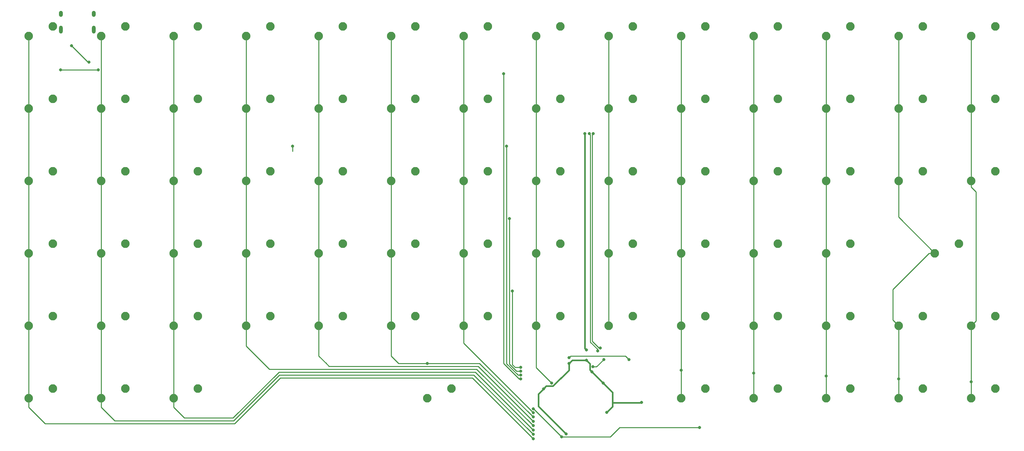
<source format=gbr>
G04 #@! TF.GenerationSoftware,KiCad,Pcbnew,(5.1.4)-1*
G04 #@! TF.CreationDate,2020-08-23T18:06:49-07:00*
G04 #@! TF.ProjectId,B3PKey,4233504b-6579-42e6-9b69-6361645f7063,1*
G04 #@! TF.SameCoordinates,Original*
G04 #@! TF.FileFunction,Copper,L1,Top*
G04 #@! TF.FilePolarity,Positive*
%FSLAX46Y46*%
G04 Gerber Fmt 4.6, Leading zero omitted, Abs format (unit mm)*
G04 Created by KiCad (PCBNEW (5.1.4)-1) date 2020-08-23 18:06:49*
%MOMM*%
%LPD*%
G04 APERTURE LIST*
%ADD10C,2.250000*%
%ADD11O,1.000000X1.600000*%
%ADD12O,1.000000X2.100000*%
%ADD13C,0.800000*%
%ADD14C,0.381000*%
%ADD15C,0.254000*%
G04 APERTURE END LIST*
D10*
X196215000Y-179070000D03*
X189865000Y-181610000D03*
X275590000Y-181610000D03*
X281940000Y-179070000D03*
X256540000Y-181610000D03*
X262890000Y-179070000D03*
D11*
X102237000Y-80501800D03*
X93597000Y-80501800D03*
D12*
X102237000Y-84681800D03*
X93597000Y-84681800D03*
D10*
X85090000Y-86360000D03*
X91440000Y-83820000D03*
X332740000Y-181610000D03*
X339090000Y-179070000D03*
X313690000Y-181610000D03*
X320040000Y-179070000D03*
X294640000Y-181610000D03*
X300990000Y-179070000D03*
X123190000Y-181610000D03*
X129540000Y-179070000D03*
X104140000Y-181610000D03*
X110490000Y-179070000D03*
X85090000Y-181610000D03*
X91440000Y-179070000D03*
X332740000Y-162560000D03*
X339090000Y-160020000D03*
X313690000Y-162560000D03*
X320040000Y-160020000D03*
X294640000Y-162560000D03*
X300990000Y-160020000D03*
X275590000Y-162560000D03*
X281940000Y-160020000D03*
X256540000Y-162560000D03*
X262890000Y-160020000D03*
X237490000Y-162560000D03*
X243840000Y-160020000D03*
X218440000Y-162560000D03*
X224790000Y-160020000D03*
X199390000Y-162560000D03*
X205740000Y-160020000D03*
X180340000Y-162560000D03*
X186690000Y-160020000D03*
X161290000Y-162560000D03*
X167640000Y-160020000D03*
X142240000Y-162560000D03*
X148590000Y-160020000D03*
X123190000Y-162560000D03*
X129540000Y-160020000D03*
X104140000Y-162560000D03*
X110490000Y-160020000D03*
X85090000Y-162560000D03*
X91440000Y-160020000D03*
X323215000Y-143510000D03*
X329565000Y-140970000D03*
X294640000Y-143510000D03*
X300990000Y-140970000D03*
X275590000Y-143510000D03*
X281940000Y-140970000D03*
X256540000Y-143510000D03*
X262890000Y-140970000D03*
X237490000Y-143510000D03*
X243840000Y-140970000D03*
X218440000Y-143510000D03*
X224790000Y-140970000D03*
X199390000Y-143510000D03*
X205740000Y-140970000D03*
X180340000Y-143510000D03*
X186690000Y-140970000D03*
X161290000Y-143510000D03*
X167640000Y-140970000D03*
X142240000Y-143510000D03*
X148590000Y-140970000D03*
X123190000Y-143510000D03*
X129540000Y-140970000D03*
X104140000Y-143510000D03*
X110490000Y-140970000D03*
X85090000Y-143510000D03*
X91440000Y-140970000D03*
X332740000Y-124460000D03*
X339090000Y-121920000D03*
X313690000Y-124460000D03*
X320040000Y-121920000D03*
X294640000Y-124460000D03*
X300990000Y-121920000D03*
X275590000Y-124460000D03*
X281940000Y-121920000D03*
X256540000Y-124460000D03*
X262890000Y-121920000D03*
X237490000Y-124460000D03*
X243840000Y-121920000D03*
X218440000Y-124460000D03*
X224790000Y-121920000D03*
X199390000Y-124460000D03*
X205740000Y-121920000D03*
X180340000Y-124460000D03*
X186690000Y-121920000D03*
X161290000Y-124460000D03*
X167640000Y-121920000D03*
X142240000Y-124460000D03*
X148590000Y-121920000D03*
X123190000Y-124460000D03*
X129540000Y-121920000D03*
X104140000Y-124460000D03*
X110490000Y-121920000D03*
X85090000Y-124460000D03*
X91440000Y-121920000D03*
X332740000Y-105410000D03*
X339090000Y-102870000D03*
X313690000Y-105410000D03*
X320040000Y-102870000D03*
X294640000Y-105410000D03*
X300990000Y-102870000D03*
X275590000Y-105441250D03*
X281940000Y-102901250D03*
X256540000Y-105410000D03*
X262890000Y-102870000D03*
X237490000Y-105410000D03*
X243840000Y-102870000D03*
X218440000Y-105410000D03*
X224790000Y-102870000D03*
X199390000Y-105410000D03*
X205740000Y-102870000D03*
X180340000Y-105410000D03*
X186690000Y-102870000D03*
X161290000Y-105410000D03*
X167640000Y-102870000D03*
X142240000Y-105410000D03*
X148590000Y-102870000D03*
X123190000Y-105410000D03*
X129540000Y-102870000D03*
X104140000Y-105410000D03*
X110490000Y-102870000D03*
X85090000Y-105410000D03*
X91440000Y-102870000D03*
X332740000Y-86360000D03*
X339090000Y-83820000D03*
X313690000Y-86360000D03*
X320040000Y-83820000D03*
X294640000Y-86360000D03*
X300990000Y-83820000D03*
X275590000Y-86360000D03*
X281940000Y-83820000D03*
X256540000Y-86360000D03*
X262890000Y-83820000D03*
X237490000Y-86360000D03*
X243840000Y-83820000D03*
X218440000Y-86360000D03*
X224790000Y-83820000D03*
X199390000Y-86360000D03*
X205740000Y-83820000D03*
X180340000Y-86360000D03*
X186690000Y-83820000D03*
X161290000Y-86360000D03*
X167640000Y-83820000D03*
X142240000Y-86360000D03*
X148590000Y-83820000D03*
X123190000Y-86360000D03*
X129540000Y-83820000D03*
X104140000Y-86360000D03*
X110490000Y-83820000D03*
D13*
X226277826Y-191029295D03*
X227086049Y-172440165D03*
X233102821Y-174685229D03*
X236964331Y-185371733D03*
X220400607Y-179125607D03*
X246126000Y-182753000D03*
X231665980Y-171631942D03*
X236028301Y-177610709D03*
X231267000Y-112014000D03*
X231648000Y-168910000D03*
X209931000Y-96266000D03*
X93472000Y-95250000D03*
X103378000Y-95250000D03*
X214376000Y-176530000D03*
X210693000Y-115316000D03*
X154432000Y-115316000D03*
X214376000Y-175514000D03*
X211455000Y-134366000D03*
X214376000Y-174498000D03*
X212217000Y-153416000D03*
X214376000Y-173482000D03*
X242824000Y-171450000D03*
X227076000Y-170942000D03*
X261392499Y-189283999D03*
X225171000Y-191770000D03*
X217684067Y-184397933D03*
X217678000Y-192278000D03*
X217678000Y-191135000D03*
X217678000Y-189992000D03*
X217678000Y-188849000D03*
X217678000Y-187706000D03*
X217678000Y-186563000D03*
X189865000Y-172466000D03*
X217678000Y-185420000D03*
X222504000Y-177644500D03*
X233354505Y-173355000D03*
X236220000Y-171450000D03*
X256540000Y-174244000D03*
X275590000Y-175006000D03*
X294640000Y-175768000D03*
X313690000Y-176530000D03*
X332740000Y-177292000D03*
X233445000Y-112014000D03*
X235322646Y-168410354D03*
X232391000Y-112014000D03*
X234577354Y-169155646D03*
X96393000Y-88900000D03*
X100965000Y-93218000D03*
D14*
X219003819Y-180522395D02*
X219003819Y-183755287D01*
X219003819Y-183755287D02*
X226277826Y-191029295D01*
X238490975Y-183845090D02*
X236964331Y-185371733D01*
X220400607Y-179125607D02*
X219003819Y-180522395D01*
X221091214Y-178435000D02*
X220400607Y-179125607D01*
X222885000Y-178435000D02*
X221091214Y-178435000D01*
X227086049Y-172440165D02*
X227086049Y-174233951D01*
X227086049Y-174233951D02*
X222885000Y-178435000D01*
X246110975Y-182768025D02*
X246126000Y-182753000D01*
X238490975Y-182768025D02*
X246110975Y-182768025D01*
X238490975Y-182768025D02*
X238490975Y-183845090D01*
X232564005Y-174146413D02*
X233102821Y-174685229D01*
X232564005Y-172529967D02*
X232564005Y-174146413D01*
X227894272Y-171631942D02*
X227086049Y-172440165D01*
X231665980Y-171631942D02*
X227894272Y-171631942D01*
X231665980Y-171631942D02*
X232564005Y-172529967D01*
X238490975Y-180073382D02*
X236428300Y-178010708D01*
X238490975Y-180073382D02*
X238490975Y-182768025D01*
X236428300Y-178010708D02*
X236028301Y-177610709D01*
X233102821Y-174685229D02*
X236028301Y-177610709D01*
X231267000Y-112014000D02*
X231267000Y-168529000D01*
X231267000Y-168529000D02*
X231648000Y-168910000D01*
D15*
X209931000Y-171577000D02*
X209931000Y-172466000D01*
X209931000Y-96266000D02*
X209931000Y-171577000D01*
X209931000Y-172466000D02*
X213995000Y-176530000D01*
X213995000Y-176530000D02*
X214376000Y-176530000D01*
X93472000Y-95250000D02*
X103378000Y-95250000D01*
X154432000Y-115316000D02*
X154432000Y-116713000D01*
X154432000Y-116262685D02*
X154432000Y-116713000D01*
X210693000Y-116713000D02*
X210693000Y-115316000D01*
X210693000Y-172540096D02*
X210693000Y-116713000D01*
X214376000Y-175514000D02*
X213666904Y-175514000D01*
X213666904Y-175514000D02*
X210693000Y-172540096D01*
X211455000Y-172660029D02*
X213292971Y-174498000D01*
X211455000Y-172466000D02*
X211455000Y-172660029D01*
X213292971Y-174498000D02*
X214376000Y-174498000D01*
X211455000Y-134366000D02*
X211455000Y-136906000D01*
X211455000Y-136906000D02*
X211455000Y-172466000D01*
X212217000Y-172466000D02*
X212217000Y-172779962D01*
X212919038Y-173482000D02*
X214376000Y-173482000D01*
X212217000Y-153416000D02*
X212217000Y-172466000D01*
X212217000Y-172779962D02*
X212919038Y-173482000D01*
X241916001Y-170542001D02*
X242824000Y-171450000D01*
X227076000Y-170942000D02*
X227475999Y-170542001D01*
X227475999Y-170542001D02*
X241916001Y-170542001D01*
X260826814Y-189283999D02*
X261392499Y-189283999D01*
X240411519Y-189283999D02*
X260826814Y-189283999D01*
X225171000Y-191770000D02*
X237925518Y-191770000D01*
X237925518Y-191770000D02*
X240411519Y-189283999D01*
X225171000Y-191770000D02*
X217798933Y-184397933D01*
X217798933Y-184397933D02*
X217684067Y-184397933D01*
X85090000Y-184023000D02*
X87884000Y-186817000D01*
X85090000Y-181610000D02*
X85090000Y-184023000D01*
X85090000Y-86360000D02*
X85090000Y-181610000D01*
X87884000Y-186817000D02*
X89408000Y-188341000D01*
X89408000Y-188341000D02*
X138049000Y-188341000D01*
X138049000Y-188341000D02*
X139192000Y-188341000D01*
X139192000Y-188341000D02*
X151003000Y-176530000D01*
X151003000Y-176530000D02*
X151257000Y-176276000D01*
X151257000Y-176276000D02*
X188087000Y-176276000D01*
X188087000Y-176276000D02*
X201676000Y-176276000D01*
X201676000Y-176276000D02*
X217678000Y-192278000D01*
X104140000Y-184023000D02*
X106934000Y-186817000D01*
X104140000Y-181610000D02*
X104140000Y-184023000D01*
X104140000Y-165608962D02*
X104140000Y-181610000D01*
X104140000Y-86360000D02*
X104140000Y-165608962D01*
X106934000Y-186817000D02*
X107696000Y-187579000D01*
X107696000Y-187579000D02*
X138049000Y-187579000D01*
X138049000Y-187579000D02*
X138938000Y-187579000D01*
X138938000Y-187579000D02*
X150876000Y-175641000D01*
X150876000Y-175641000D02*
X151003000Y-175514000D01*
X151003000Y-175514000D02*
X200660000Y-175514000D01*
X200660000Y-175514000D02*
X202057000Y-175514000D01*
X202057000Y-175514000D02*
X217678000Y-191135000D01*
X123190000Y-177292000D02*
X123190000Y-181610000D01*
X123190000Y-86360000D02*
X123190000Y-177292000D01*
X202438000Y-174752000D02*
X217678000Y-189992000D01*
X150876000Y-174752000D02*
X202438000Y-174752000D01*
X138811000Y-186817000D02*
X150876000Y-174752000D01*
X125984000Y-186817000D02*
X138811000Y-186817000D01*
X123190000Y-181610000D02*
X123190000Y-184023000D01*
X123190000Y-184023000D02*
X125984000Y-186817000D01*
X142240000Y-164150990D02*
X142240000Y-162560000D01*
X142240000Y-146558962D02*
X142240000Y-162560000D01*
X142240000Y-86360000D02*
X142240000Y-146558962D01*
X148336000Y-173990000D02*
X142240000Y-167894000D01*
X202819000Y-173990000D02*
X148336000Y-173990000D01*
X217678000Y-188849000D02*
X202819000Y-173990000D01*
X142240000Y-167894000D02*
X142240000Y-164150990D01*
X161290000Y-170494010D02*
X161290000Y-164150990D01*
X161290000Y-164150990D02*
X161290000Y-162560000D01*
X163291995Y-172496005D02*
X161290000Y-170494010D01*
X161290000Y-86360000D02*
X161290000Y-162560000D01*
X163291995Y-172496005D02*
X164023990Y-173228000D01*
X164023990Y-173228000D02*
X203200000Y-173228000D01*
X203200000Y-173228000D02*
X217678000Y-187706000D01*
X180340000Y-86360000D02*
X180340000Y-162560000D01*
X217678000Y-186563000D02*
X203581000Y-172466000D01*
X203581000Y-172466000D02*
X189865000Y-172466000D01*
X180340000Y-164150990D02*
X180340000Y-162560000D01*
X180340000Y-170494010D02*
X180340000Y-164150990D01*
X189865000Y-172466000D02*
X182311990Y-172466000D01*
X182311990Y-172466000D02*
X180340000Y-170494010D01*
X199390000Y-87950990D02*
X199390000Y-162560000D01*
X199390000Y-86360000D02*
X199390000Y-87950990D01*
X199390000Y-162560000D02*
X199390000Y-167132000D01*
X199390000Y-167132000D02*
X217678000Y-185420000D01*
X217678000Y-185420000D02*
X217678000Y-185420000D01*
X218440000Y-146558962D02*
X218440000Y-162560000D01*
X218440000Y-86360000D02*
X218440000Y-146558962D01*
X218440000Y-162560000D02*
X218440000Y-173580500D01*
X218440000Y-173580500D02*
X222504000Y-177644500D01*
X237490000Y-146558962D02*
X237490000Y-162560000D01*
X237490000Y-86360000D02*
X237490000Y-146558962D01*
X234315000Y-173355000D02*
X233354505Y-173355000D01*
X236220000Y-171450000D02*
X234315000Y-173355000D01*
X256540000Y-86360000D02*
X256540000Y-87950990D01*
X256540000Y-87950990D02*
X256540000Y-172339000D01*
X256540000Y-173990000D02*
X256540000Y-174244000D01*
X256540000Y-173990000D02*
X256540000Y-181610000D01*
X256540000Y-172339000D02*
X256540000Y-173990000D01*
X275590000Y-86360000D02*
X275590000Y-172339000D01*
X275590000Y-175006000D02*
X275590000Y-181610000D01*
X275590000Y-172339000D02*
X275590000Y-175006000D01*
X294640000Y-86360000D02*
X294640000Y-165608962D01*
X294640000Y-175641000D02*
X294640000Y-175768000D01*
X294640000Y-175641000D02*
X294640000Y-181610000D01*
X294640000Y-165608962D02*
X294640000Y-175641000D01*
X313690000Y-86360000D02*
X313690000Y-124460000D01*
X313690000Y-133985000D02*
X323215000Y-143510000D01*
X313690000Y-124460000D02*
X313690000Y-133985000D01*
X321624010Y-143510000D02*
X312166000Y-152968010D01*
X323215000Y-143510000D02*
X321624010Y-143510000D01*
X312166000Y-161036000D02*
X313690000Y-162560000D01*
X312166000Y-152968010D02*
X312166000Y-161036000D01*
X313690000Y-162560000D02*
X313690000Y-164150990D01*
X313690000Y-176403000D02*
X313690000Y-176530000D01*
X313690000Y-176403000D02*
X313690000Y-181610000D01*
X313690000Y-164150990D02*
X313690000Y-176403000D01*
X332740000Y-108458962D02*
X332740000Y-124460000D01*
X332740000Y-86360000D02*
X332740000Y-108458962D01*
X332740000Y-126050990D02*
X334010000Y-127320990D01*
X332740000Y-124460000D02*
X332740000Y-126050990D01*
X334010000Y-161290000D02*
X332740000Y-162560000D01*
X334010000Y-127320990D02*
X334010000Y-161290000D01*
X332740000Y-177292000D02*
X332740000Y-181610000D01*
X332740000Y-162560000D02*
X332740000Y-177292000D01*
X233172000Y-112287000D02*
X233172000Y-166645789D01*
X233445000Y-112014000D02*
X233172000Y-112287000D01*
X233172000Y-166645789D02*
X234936565Y-168410354D01*
X234936565Y-168410354D02*
X235322646Y-168410354D01*
X232391000Y-112014000D02*
X232664000Y-112287000D01*
X232664000Y-112287000D02*
X232664000Y-166856211D01*
X232664000Y-166856211D02*
X234577354Y-168769565D01*
X234577354Y-168769565D02*
X234577354Y-169155646D01*
X96393000Y-88900000D02*
X100711000Y-93218000D01*
X100711000Y-93218000D02*
X100965000Y-93218000D01*
M02*

</source>
